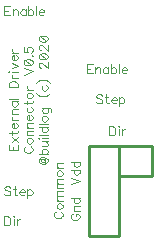
<source format=gbr>
G04 DipTrace 4.0.0.2*
G04 TopSilk.gbr*
%MOIN*%
G04 #@! TF.FileFunction,Legend,Top*
G04 #@! TF.Part,Single*
%ADD10C,0.009843*%
%ADD16C,0.01*%
%ADD33C,0.004632*%
%FSLAX26Y26*%
G04*
G70*
G90*
G75*
G01*
G04 TopSilk*
%LPD*%
X868700Y393700D2*
D10*
X768700D1*
Y693700D1*
X868700D2*
X768700D1*
X868700Y393700D2*
Y693700D1*
D16*
X981200D1*
Y593700D1*
X868700D1*
Y693700D1*
X506934Y1158523D2*
D33*
X488297D1*
Y1128379D1*
X506934D1*
X488297Y1144164D2*
X499771D1*
X516197Y1148475D2*
Y1128379D1*
Y1142738D2*
X520508Y1147050D1*
X523393Y1148475D1*
X527671D1*
X530556Y1147050D1*
X531982Y1142738D1*
Y1128379D1*
X558457Y1148475D2*
Y1128379D1*
Y1144164D2*
X555605Y1147050D1*
X552720Y1148475D1*
X548442D1*
X545557Y1147050D1*
X542705Y1144164D1*
X541246Y1139853D1*
Y1137002D1*
X542705Y1132690D1*
X545557Y1129839D1*
X548442Y1128379D1*
X552720D1*
X555605Y1129839D1*
X558457Y1132690D1*
X567720Y1158523D2*
Y1128379D1*
Y1144164D2*
X570605Y1147050D1*
X573457Y1148475D1*
X577768D1*
X580620Y1147050D1*
X583505Y1144164D1*
X584931Y1139853D1*
Y1137002D1*
X583505Y1132690D1*
X580620Y1129839D1*
X577768Y1128379D1*
X573457D1*
X570605Y1129839D1*
X567720Y1132690D1*
X594195Y1158523D2*
Y1128379D1*
X603458Y1139853D2*
X620669D1*
Y1142738D1*
X619243Y1145624D1*
X617817Y1147050D1*
X614932Y1148475D1*
X610621D1*
X607769Y1147050D1*
X604884Y1144164D1*
X603458Y1139853D1*
Y1137002D1*
X604884Y1132690D1*
X607769Y1129839D1*
X610621Y1128379D1*
X614932D1*
X617817Y1129839D1*
X620669Y1132690D1*
X781934Y964773D2*
X763297D1*
Y934629D1*
X781934D1*
X763297Y950414D2*
X774771D1*
X791197Y954725D2*
Y934629D1*
Y948988D2*
X795508Y953299D1*
X798393Y954725D1*
X802671D1*
X805556Y953299D1*
X806982Y948988D1*
Y934629D1*
X833457Y954725D2*
Y934629D1*
Y950414D2*
X830605Y953299D1*
X827720Y954725D1*
X823442D1*
X820557Y953299D1*
X817705Y950414D1*
X816246Y946103D1*
Y943251D1*
X817705Y938940D1*
X820557Y936088D1*
X823442Y934629D1*
X827720D1*
X830605Y936088D1*
X833457Y938940D1*
X842720Y964773D2*
Y934629D1*
Y950414D2*
X845605Y953299D1*
X848457Y954725D1*
X852768D1*
X855620Y953299D1*
X858505Y950414D1*
X859931Y946103D1*
Y943251D1*
X858505Y938940D1*
X855620Y936088D1*
X852768Y934629D1*
X848457D1*
X845605Y936088D1*
X842720Y938940D1*
X869195Y964773D2*
Y934629D1*
X878458Y946103D2*
X895669D1*
Y948988D1*
X894243Y951873D1*
X892817Y953299D1*
X889932Y954725D1*
X885621D1*
X882769Y953299D1*
X879884Y950414D1*
X878458Y946103D1*
Y943251D1*
X879884Y938940D1*
X882769Y936088D1*
X885621Y934629D1*
X889932D1*
X892817Y936088D1*
X895669Y938940D1*
X508393Y554212D2*
X505541Y557098D1*
X501230Y558523D1*
X495493D1*
X491182Y557098D1*
X488297Y554212D1*
Y551361D1*
X489756Y548475D1*
X491182Y547050D1*
X494034Y545624D1*
X502656Y542738D1*
X505541Y541313D1*
X506967Y539853D1*
X508393Y537002D1*
Y532690D1*
X505541Y529839D1*
X501230Y528379D1*
X495493D1*
X491182Y529839D1*
X488297Y532690D1*
X521967Y558523D2*
Y534116D1*
X523393Y529839D1*
X526278Y528379D1*
X529130D1*
X517656Y548475D2*
X527704D1*
X538394Y539853D2*
X555605D1*
Y542738D1*
X554179Y545624D1*
X552753Y547050D1*
X549868Y548475D1*
X545557D1*
X542705Y547050D1*
X539820Y544164D1*
X538394Y539853D1*
Y537002D1*
X539820Y532690D1*
X542705Y529839D1*
X545557Y528379D1*
X549868D1*
X552753Y529839D1*
X555605Y532690D1*
X564868Y548475D2*
Y518331D1*
Y544164D2*
X567753Y547016D1*
X570605Y548475D1*
X574916D1*
X577801Y547016D1*
X580653Y544164D1*
X582112Y539853D1*
Y536968D1*
X580653Y532690D1*
X577801Y529805D1*
X574916Y528379D1*
X570605D1*
X567753Y529805D1*
X564868Y532690D1*
X488297Y458523D2*
Y428379D1*
X498345D1*
X502656Y429839D1*
X505541Y432690D1*
X506967Y435576D1*
X508393Y439853D1*
Y447050D1*
X506967Y451361D1*
X505541Y454212D1*
X502656Y457098D1*
X498345Y458523D1*
X488297D1*
X517656D2*
X519082Y457098D1*
X520541Y458523D1*
X519082Y459983D1*
X517656Y458523D1*
X519082Y448475D2*
Y428379D1*
X529805Y448475D2*
Y428379D1*
Y439853D2*
X531264Y444164D1*
X534116Y447050D1*
X537001Y448475D1*
X541312D1*
X715819Y467537D2*
X712967Y466111D1*
X710082Y463226D1*
X708656Y460374D1*
Y454637D1*
X710082Y451752D1*
X712967Y448900D1*
X715819Y447441D1*
X720130Y446015D1*
X727326D1*
X731604Y447441D1*
X734489Y448900D1*
X737341Y451752D1*
X738800Y454637D1*
Y460374D1*
X737341Y463226D1*
X734489Y466111D1*
X731604Y467537D1*
X727326D1*
Y460374D1*
X718704Y476800D2*
X738800D1*
X724441D2*
X720130Y481111D1*
X718704Y483996D1*
Y488274D1*
X720130Y491159D1*
X724441Y492585D1*
X738800D1*
X708656Y519060D2*
X738800D1*
X723015D2*
X720130Y516208D1*
X718704Y513323D1*
Y509012D1*
X720130Y506160D1*
X723015Y503275D1*
X727326Y501849D1*
X730178D1*
X734489Y503275D1*
X737341Y506160D1*
X738800Y509012D1*
Y513323D1*
X737341Y516208D1*
X734489Y519060D1*
X708656Y564765D2*
X738800Y576239D1*
X708656Y587713D1*
Y614188D2*
X738800D1*
X723015D2*
X720130Y611336D1*
X718704Y608451D1*
Y604140D1*
X720130Y601288D1*
X723015Y598403D1*
X727326Y596977D1*
X730178D1*
X734489Y598403D1*
X737341Y601288D1*
X738800Y604140D1*
Y608451D1*
X737341Y611336D1*
X734489Y614188D1*
X708656Y640662D2*
X738800D1*
X723015D2*
X720130Y637810D1*
X718704Y634925D1*
Y630614D1*
X720130Y627762D1*
X723015Y624877D1*
X727326Y623451D1*
X730178D1*
X734489Y624877D1*
X737341Y627762D1*
X738800Y630614D1*
Y634925D1*
X737341Y637810D1*
X734489Y640662D1*
X814642Y860463D2*
X811790Y863348D1*
X807479Y864774D1*
X801742D1*
X797431Y863348D1*
X794546Y860463D1*
Y857611D1*
X796005Y854726D1*
X797431Y853300D1*
X800283Y851874D1*
X808905Y848989D1*
X811790Y847563D1*
X813216Y846104D1*
X814642Y843252D1*
Y838941D1*
X811790Y836089D1*
X807479Y834630D1*
X801742D1*
X797431Y836089D1*
X794546Y838941D1*
X828217Y864774D2*
Y840367D1*
X829643Y836089D1*
X832528Y834630D1*
X835380D1*
X823906Y854726D2*
X833954D1*
X844643Y846104D2*
X861854D1*
Y848989D1*
X860428Y851874D1*
X859002Y853300D1*
X856117Y854726D1*
X851806D1*
X848954Y853300D1*
X846069Y850415D1*
X844643Y846104D1*
Y843252D1*
X846069Y838941D1*
X848954Y836089D1*
X851806Y834630D1*
X856117D1*
X859002Y836089D1*
X861854Y838941D1*
X871118Y854726D2*
Y824582D1*
Y850415D2*
X874003Y853267D1*
X876855Y854726D1*
X881166D1*
X884051Y853267D1*
X886903Y850415D1*
X888362Y846104D1*
Y843219D1*
X886903Y838941D1*
X884051Y836056D1*
X881166Y834630D1*
X876855D1*
X874003Y836056D1*
X871118Y838941D1*
X838297Y758523D2*
Y728379D1*
X848345D1*
X852656Y729839D1*
X855541Y732690D1*
X856967Y735576D1*
X858393Y739853D1*
Y747050D1*
X856967Y751361D1*
X855541Y754212D1*
X852656Y757098D1*
X848345Y758523D1*
X838297D1*
X867656D2*
X869082Y757098D1*
X870541Y758523D1*
X869082Y759983D1*
X867656Y758523D1*
X869082Y748475D2*
Y728379D1*
X879805Y748475D2*
Y728379D1*
Y739853D2*
X881264Y744164D1*
X884116Y747050D1*
X887001Y748475D1*
X891312D1*
X659570Y473786D2*
X656718Y472360D1*
X653833Y469475D1*
X652407Y466623D1*
Y460886D1*
X653833Y458001D1*
X656718Y455149D1*
X659570Y453690D1*
X663881Y452264D1*
X671077D1*
X675355Y453690D1*
X678240Y455149D1*
X681092Y458001D1*
X682551Y460886D1*
Y466623D1*
X681092Y469475D1*
X678240Y472360D1*
X675355Y473786D1*
X662455Y490212D2*
X663881Y487360D1*
X666766Y484475D1*
X671077Y483049D1*
X673929D1*
X678240Y484475D1*
X681092Y487360D1*
X682551Y490212D1*
Y494523D1*
X681092Y497408D1*
X678240Y500260D1*
X673929Y501719D1*
X671077D1*
X666766Y500260D1*
X663881Y497408D1*
X662455Y494523D1*
Y490212D1*
Y510983D2*
X682551D1*
X668192D2*
X663881Y515294D1*
X662455Y518179D1*
Y522457D1*
X663881Y525342D1*
X668192Y526768D1*
X682551D1*
X668192D2*
X663881Y531079D1*
X662455Y533964D1*
Y538242D1*
X663881Y541127D1*
X668192Y542586D1*
X682551D1*
X662455Y551850D2*
X682551D1*
X668192D2*
X663881Y556161D1*
X662455Y559046D1*
Y563324D1*
X663881Y566209D1*
X668192Y567635D1*
X682551D1*
X668192D2*
X663881Y571946D1*
X662455Y574831D1*
Y579109D1*
X663881Y581994D1*
X668192Y583453D1*
X682551D1*
X662455Y599879D2*
X663881Y597027D1*
X666766Y594142D1*
X671077Y592716D1*
X673929D1*
X678240Y594142D1*
X681092Y597027D1*
X682551Y599879D1*
Y604190D1*
X681092Y607075D1*
X678240Y609927D1*
X673929Y611386D1*
X671077D1*
X666766Y609927D1*
X663881Y607075D1*
X662455Y604190D1*
Y599879D1*
Y620650D2*
X682551D1*
X668192D2*
X663881Y624961D1*
X662455Y627846D1*
Y632124D1*
X663881Y635009D1*
X668192Y636435D1*
X682551D1*
X502407Y696804D2*
Y678167D1*
X532551D1*
Y696804D1*
X516766Y678167D2*
Y689641D1*
X512455Y706068D2*
X532551Y721853D1*
X512455D2*
X532551Y706068D1*
X502407Y735427D2*
X526814D1*
X531092Y736853D1*
X532551Y739738D1*
Y742590D1*
X512455Y731116D2*
Y741164D1*
X521077Y751854D2*
Y769065D1*
X518192D1*
X515307Y767639D1*
X513881Y766213D1*
X512455Y763328D1*
Y759017D1*
X513881Y756165D1*
X516766Y753280D1*
X521077Y751854D1*
X523929D1*
X528240Y753280D1*
X531092Y756165D1*
X532551Y759017D1*
Y763328D1*
X531092Y766213D1*
X528240Y769065D1*
X512455Y778328D2*
X532551D1*
X521077D2*
X516766Y779787D1*
X513881Y782639D1*
X512455Y785524D1*
Y789835D1*
Y799099D2*
X532551D1*
X518192D2*
X513881Y803410D1*
X512455Y806295D1*
Y810573D1*
X513881Y813458D1*
X518192Y814884D1*
X532551D1*
X512455Y841358D2*
X532551D1*
X516766D2*
X513881Y838507D1*
X512455Y835621D1*
Y831344D1*
X513881Y828459D1*
X516766Y825607D1*
X521077Y824148D1*
X523929D1*
X528240Y825607D1*
X531092Y828459D1*
X532551Y831344D1*
Y835621D1*
X531092Y838507D1*
X528240Y841358D1*
X502407Y850622D2*
X532551D1*
X502407Y889046D2*
X532551D1*
Y899094D1*
X531092Y903405D1*
X528240Y906290D1*
X525355Y907716D1*
X521077Y909142D1*
X513881D1*
X509570Y907716D1*
X506718Y906290D1*
X503833Y903405D1*
X502407Y899094D1*
Y889046D1*
X512455Y918406D2*
X532551D1*
X521077D2*
X516766Y919865D1*
X513881Y922717D1*
X512455Y925602D1*
Y929913D1*
X502407Y939176D2*
X503833Y940602D1*
X502407Y942061D1*
X500948Y940602D1*
X502407Y939176D1*
X512455Y940602D2*
X532551D1*
X512455Y951325D2*
X532551Y959947D1*
X512455Y968536D1*
X521077Y977799D2*
Y995010D1*
X518192D1*
X515307Y993584D1*
X513881Y992158D1*
X512455Y989273D1*
Y984962D1*
X513881Y982110D1*
X516766Y979225D1*
X521077Y977799D1*
X523929D1*
X528240Y979225D1*
X531092Y982110D1*
X532551Y984962D1*
Y989273D1*
X531092Y992158D1*
X528240Y995010D1*
X512455Y1004274D2*
X532551D1*
X521077D2*
X516766Y1005733D1*
X513881Y1008585D1*
X512455Y1011470D1*
Y1015781D1*
X559570Y691388D2*
X556718Y689962D1*
X553833Y687077D1*
X552407Y684225D1*
Y678488D1*
X553833Y675603D1*
X556718Y672751D1*
X559570Y671292D1*
X563881Y669866D1*
X571077D1*
X575355Y671292D1*
X578240Y672751D1*
X581092Y675603D1*
X582551Y678488D1*
Y684225D1*
X581092Y687077D1*
X578240Y689962D1*
X575355Y691388D1*
X562455Y707815D2*
X563881Y704963D1*
X566766Y702078D1*
X571077Y700652D1*
X573929D1*
X578240Y702078D1*
X581092Y704963D1*
X582551Y707815D1*
Y712126D1*
X581092Y715011D1*
X578240Y717863D1*
X573929Y719322D1*
X571077D1*
X566766Y717863D1*
X563881Y715011D1*
X562455Y712126D1*
Y707815D1*
Y728585D2*
X582551D1*
X568192D2*
X563881Y732896D1*
X562455Y735781D1*
Y740059D1*
X563881Y742944D1*
X568192Y744370D1*
X582551D1*
X562455Y753634D2*
X582551D1*
X568192D2*
X563881Y757945D1*
X562455Y760830D1*
Y765108D1*
X563881Y767993D1*
X568192Y769419D1*
X582551D1*
X571077Y778682D2*
Y795893D1*
X568192D1*
X565307Y794467D1*
X563881Y793041D1*
X562455Y790156D1*
Y785845D1*
X563881Y782993D1*
X566766Y780108D1*
X571077Y778682D1*
X573929D1*
X578240Y780108D1*
X581092Y782993D1*
X582551Y785845D1*
Y790156D1*
X581092Y793041D1*
X578240Y795893D1*
X566766Y822401D2*
X563881Y819516D1*
X562455Y816631D1*
Y812353D1*
X563881Y809468D1*
X566766Y806616D1*
X571077Y805157D1*
X573929D1*
X578240Y806616D1*
X581092Y809468D1*
X582551Y812353D1*
Y816631D1*
X581092Y819516D1*
X578240Y822401D1*
X552407Y835975D2*
X576814D1*
X581092Y837401D1*
X582551Y840286D1*
Y843138D1*
X562455Y831664D2*
Y841712D1*
Y859565D2*
X563881Y856713D1*
X566766Y853828D1*
X571077Y852402D1*
X573929D1*
X578240Y853828D1*
X581092Y856713D1*
X582551Y859565D1*
Y863876D1*
X581092Y866761D1*
X578240Y869613D1*
X573929Y871072D1*
X571077D1*
X566766Y869613D1*
X563881Y866761D1*
X562455Y863876D1*
Y859565D1*
Y880335D2*
X582551D1*
X571077D2*
X566766Y881795D1*
X563881Y884646D1*
X562455Y887532D1*
Y891843D1*
X552407Y930267D2*
X582551Y941741D1*
X552407Y953215D1*
X552440Y971100D2*
X553866Y966789D1*
X558177Y963904D1*
X565340Y962478D1*
X569651D1*
X576814Y963904D1*
X581125Y966789D1*
X582551Y971100D1*
Y973952D1*
X581125Y978263D1*
X576814Y981115D1*
X569651Y982574D1*
X565340D1*
X558177Y981115D1*
X553866Y978263D1*
X552440Y973952D1*
Y971100D1*
X558177Y981115D2*
X576814Y963904D1*
X579666Y993264D2*
X581125Y991838D1*
X582551Y993264D1*
X581125Y994723D1*
X579666Y993264D1*
X552440Y1021197D2*
Y1006871D1*
X565340Y1005445D1*
X563914Y1006871D1*
X562455Y1011182D1*
Y1015460D1*
X563914Y1019771D1*
X566766Y1022656D1*
X571077Y1024082D1*
X573929D1*
X578240Y1022656D1*
X581125Y1019771D1*
X582551Y1015460D1*
Y1011182D1*
X581125Y1006871D1*
X579666Y1005445D1*
X576814Y1003986D1*
X609603Y649300D2*
Y644989D1*
X611029Y642137D1*
X612455Y640678D1*
X615340Y639252D1*
X621077D1*
X622503Y640678D1*
Y643563D1*
X621077Y649300D1*
X623929Y650726D1*
Y652151D1*
X621077Y655037D1*
X613914Y656462D1*
X609603Y655037D1*
X606718Y653611D1*
X603866Y650726D1*
X602440Y647874D1*
Y642137D1*
X603866Y639252D1*
X606718Y636400D1*
X609603Y634941D1*
X613914Y633515D1*
X621077D1*
X625388Y634941D1*
X628240Y636400D1*
X631125Y639252D1*
X632551Y642137D1*
Y647874D1*
X631125Y650726D1*
X628240Y653611D1*
X608177Y649300D2*
X621077D1*
X602407Y665726D2*
X632551D1*
X616766D2*
X613881Y668611D1*
X612455Y671463D1*
Y675774D1*
X613881Y678626D1*
X616766Y681511D1*
X621077Y682937D1*
X623929D1*
X628240Y681511D1*
X631092Y678626D1*
X632551Y675774D1*
Y671463D1*
X631092Y668611D1*
X628240Y665726D1*
X612455Y692201D2*
X626814D1*
X631092Y693626D1*
X632551Y696512D1*
Y700823D1*
X631092Y703674D1*
X626814Y707985D1*
X612455D2*
X632551D1*
X602407Y717249D2*
X603833Y718675D1*
X602407Y720134D1*
X600948Y718675D1*
X602407Y717249D1*
X612455Y718675D2*
X632551D1*
X602407Y729398D2*
X632551D1*
X602407Y755872D2*
X632551D1*
X616766D2*
X613881Y753020D1*
X612455Y750135D1*
Y745824D1*
X613881Y742972D1*
X616766Y740087D1*
X621077Y738661D1*
X623929D1*
X628240Y740087D1*
X631092Y742972D1*
X632551Y745824D1*
Y750135D1*
X631092Y753020D1*
X628240Y755872D1*
X602407Y765136D2*
X632551D1*
X612455Y781562D2*
X613881Y778710D1*
X616766Y775825D1*
X621077Y774399D1*
X623929D1*
X628240Y775825D1*
X631092Y778710D1*
X632551Y781562D1*
Y785873D1*
X631092Y788758D1*
X628240Y791610D1*
X623929Y793069D1*
X621077D1*
X616766Y791610D1*
X613881Y788758D1*
X612455Y785873D1*
Y781562D1*
X613881Y819544D2*
X636862D1*
X641140Y818118D1*
X642599Y816692D1*
X644025Y813807D1*
Y809496D1*
X642599Y806644D1*
X618192Y819544D2*
X615340Y816692D1*
X613881Y813807D1*
Y809496D1*
X615340Y806644D1*
X618192Y803759D1*
X622503Y802333D1*
X625388D1*
X629666Y803759D1*
X632551Y806644D1*
X633977Y809496D1*
Y813807D1*
X632551Y816692D1*
X629666Y819544D1*
X594547Y868016D2*
X597399Y865131D1*
X601710Y862279D1*
X607447Y859394D1*
X614643Y857968D1*
X620380D1*
X627543Y859394D1*
X633280Y862279D1*
X637591Y865131D1*
X640443Y868016D1*
X616766Y894524D2*
X613881Y891638D1*
X612455Y888753D1*
Y884476D1*
X613881Y881590D1*
X616766Y878739D1*
X621077Y877279D1*
X623929D1*
X628240Y878739D1*
X631092Y881590D1*
X632551Y884476D1*
Y888753D1*
X631092Y891638D1*
X628240Y894524D1*
X594547Y903787D2*
X597399Y906672D1*
X601710Y909524D1*
X607447Y912409D1*
X614643Y913835D1*
X620380D1*
X627543Y912409D1*
X633280Y909524D1*
X637591Y906672D1*
X640443Y903787D1*
X609603Y953718D2*
X608177D1*
X605292Y955144D1*
X603866Y956570D1*
X602440Y959455D1*
Y965192D1*
X603866Y968044D1*
X605292Y969470D1*
X608177Y970929D1*
X611029D1*
X613914Y969470D1*
X618192Y966618D1*
X632551Y952259D1*
Y972355D1*
X602440Y990241D2*
X603866Y985930D1*
X608177Y983045D1*
X615340Y981619D1*
X619651D1*
X626814Y983045D1*
X631125Y985930D1*
X632551Y990241D1*
Y993093D1*
X631125Y997404D1*
X626814Y1000256D1*
X619651Y1001715D1*
X615340D1*
X608177Y1000256D1*
X603866Y997404D1*
X602440Y993093D1*
Y990241D1*
X608177Y1000256D2*
X626814Y983045D1*
X609603Y1012437D2*
X608177D1*
X605292Y1013863D1*
X603866Y1015289D1*
X602440Y1018174D1*
Y1023911D1*
X603866Y1026763D1*
X605292Y1028189D1*
X608177Y1029648D1*
X611029D1*
X613914Y1028189D1*
X618192Y1025337D1*
X632551Y1010978D1*
Y1031074D1*
X602440Y1048960D2*
X603866Y1044649D1*
X608177Y1041764D1*
X615340Y1040338D1*
X619651D1*
X626814Y1041764D1*
X631125Y1044649D1*
X632551Y1048960D1*
Y1051812D1*
X631125Y1056123D1*
X626814Y1058975D1*
X619651Y1060434D1*
X615340D1*
X608177Y1058975D1*
X603866Y1056123D1*
X602440Y1051812D1*
Y1048960D1*
X608177Y1058975D2*
X626814Y1041764D1*
M02*

</source>
